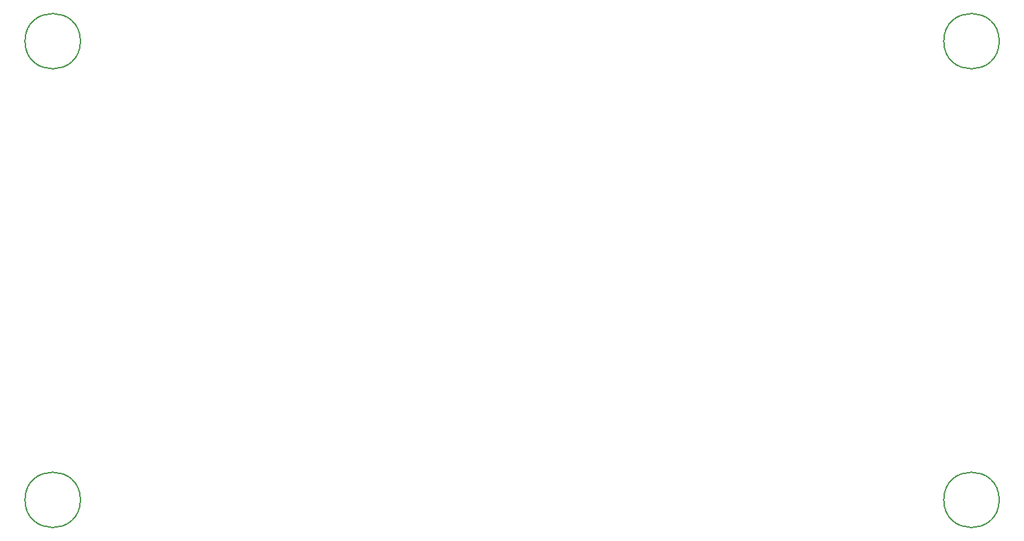
<source format=gbr>
%TF.GenerationSoftware,KiCad,Pcbnew,7.0.1*%
%TF.CreationDate,2023-08-25T15:29:08+01:00*%
%TF.ProjectId,Control_panel,436f6e74-726f-46c5-9f70-616e656c2e6b,rev?*%
%TF.SameCoordinates,Original*%
%TF.FileFunction,Other,Comment*%
%FSLAX46Y46*%
G04 Gerber Fmt 4.6, Leading zero omitted, Abs format (unit mm)*
G04 Created by KiCad (PCBNEW 7.0.1) date 2023-08-25 15:29:08*
%MOMM*%
%LPD*%
G01*
G04 APERTURE LIST*
%ADD10C,0.150000*%
G04 APERTURE END LIST*
D10*
%TO.C,H4*%
X217500000Y-99000000D02*
G75*
G03*
X217500000Y-99000000I-3500000J0D01*
G01*
%TO.C,H1*%
X101500000Y-41000000D02*
G75*
G03*
X101500000Y-41000000I-3500000J0D01*
G01*
%TO.C,H3*%
X101500000Y-99000000D02*
G75*
G03*
X101500000Y-99000000I-3500000J0D01*
G01*
%TO.C,H2*%
X217500000Y-41000000D02*
G75*
G03*
X217500000Y-41000000I-3500000J0D01*
G01*
%TD*%
M02*

</source>
